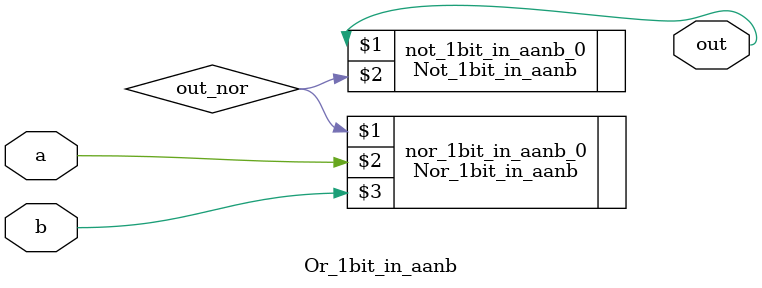
<source format=v>
`timescale 1ns/1ps

module Or_1bit_in_aanb (out, a, b);
input a;
input b;
output out;

wire out_nor;
Nor_1bit_in_aanb nor_1bit_in_aanb_0 (out_nor, a, b);
Not_1bit_in_aanb not_1bit_in_aanb_0 (out, out_nor);

endmodule
</source>
